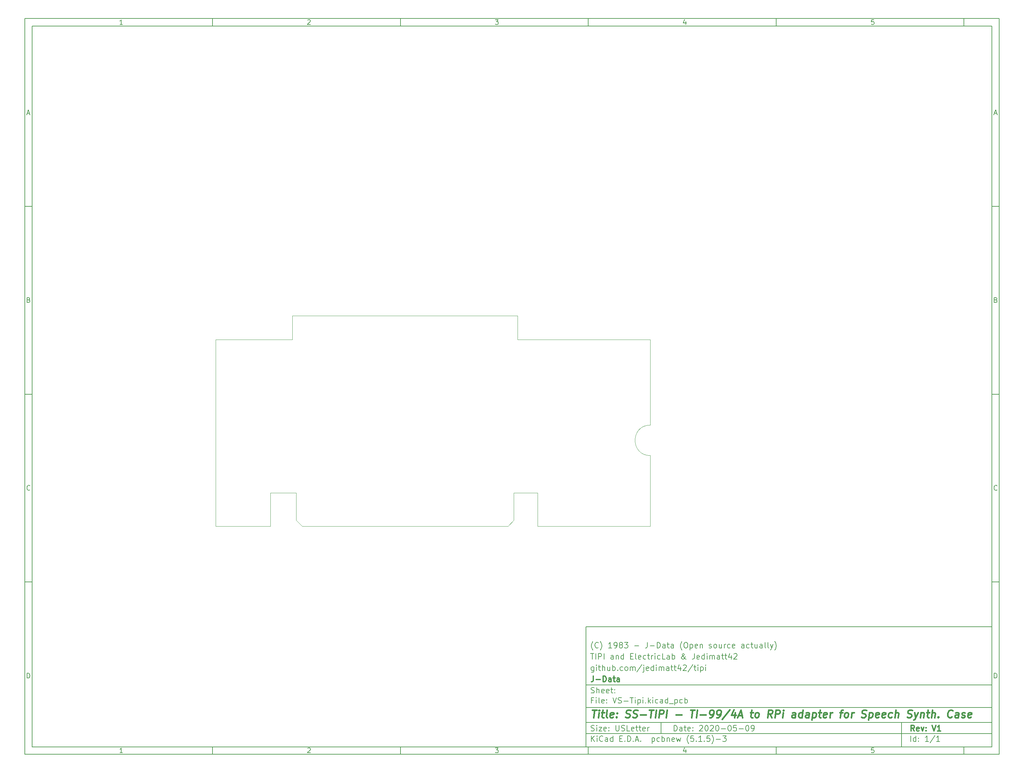
<source format=gbr>
G04 #@! TF.GenerationSoftware,KiCad,Pcbnew,(5.1.5)-3*
G04 #@! TF.CreationDate,2020-05-10T09:48:16-04:00*
G04 #@! TF.ProjectId,VS-Tipi,56532d54-6970-4692-9e6b-696361645f70,V1*
G04 #@! TF.SameCoordinates,Original*
G04 #@! TF.FileFunction,Profile,NP*
%FSLAX46Y46*%
G04 Gerber Fmt 4.6, Leading zero omitted, Abs format (unit mm)*
G04 Created by KiCad (PCBNEW (5.1.5)-3) date 2020-05-10 09:48:16*
%MOMM*%
%LPD*%
G04 APERTURE LIST*
%ADD10C,0.100000*%
%ADD11C,0.150000*%
%ADD12C,0.300000*%
%ADD13C,0.400000*%
G04 #@! TA.AperFunction,Profile*
%ADD14C,0.025400*%
G04 #@! TD*
G04 APERTURE END LIST*
D10*
D11*
X159400000Y-171900000D02*
X159400000Y-203900000D01*
X267400000Y-203900000D01*
X267400000Y-171900000D01*
X159400000Y-171900000D01*
D10*
D11*
X10000000Y-10000000D02*
X10000000Y-205900000D01*
X269400000Y-205900000D01*
X269400000Y-10000000D01*
X10000000Y-10000000D01*
D10*
D11*
X12000000Y-12000000D02*
X12000000Y-203900000D01*
X267400000Y-203900000D01*
X267400000Y-12000000D01*
X12000000Y-12000000D01*
D10*
D11*
X60000000Y-12000000D02*
X60000000Y-10000000D01*
D10*
D11*
X110000000Y-12000000D02*
X110000000Y-10000000D01*
D10*
D11*
X160000000Y-12000000D02*
X160000000Y-10000000D01*
D10*
D11*
X210000000Y-12000000D02*
X210000000Y-10000000D01*
D10*
D11*
X260000000Y-12000000D02*
X260000000Y-10000000D01*
D10*
D11*
X36065476Y-11588095D02*
X35322619Y-11588095D01*
X35694047Y-11588095D02*
X35694047Y-10288095D01*
X35570238Y-10473809D01*
X35446428Y-10597619D01*
X35322619Y-10659523D01*
D10*
D11*
X85322619Y-10411904D02*
X85384523Y-10350000D01*
X85508333Y-10288095D01*
X85817857Y-10288095D01*
X85941666Y-10350000D01*
X86003571Y-10411904D01*
X86065476Y-10535714D01*
X86065476Y-10659523D01*
X86003571Y-10845238D01*
X85260714Y-11588095D01*
X86065476Y-11588095D01*
D10*
D11*
X135260714Y-10288095D02*
X136065476Y-10288095D01*
X135632142Y-10783333D01*
X135817857Y-10783333D01*
X135941666Y-10845238D01*
X136003571Y-10907142D01*
X136065476Y-11030952D01*
X136065476Y-11340476D01*
X136003571Y-11464285D01*
X135941666Y-11526190D01*
X135817857Y-11588095D01*
X135446428Y-11588095D01*
X135322619Y-11526190D01*
X135260714Y-11464285D01*
D10*
D11*
X185941666Y-10721428D02*
X185941666Y-11588095D01*
X185632142Y-10226190D02*
X185322619Y-11154761D01*
X186127380Y-11154761D01*
D10*
D11*
X236003571Y-10288095D02*
X235384523Y-10288095D01*
X235322619Y-10907142D01*
X235384523Y-10845238D01*
X235508333Y-10783333D01*
X235817857Y-10783333D01*
X235941666Y-10845238D01*
X236003571Y-10907142D01*
X236065476Y-11030952D01*
X236065476Y-11340476D01*
X236003571Y-11464285D01*
X235941666Y-11526190D01*
X235817857Y-11588095D01*
X235508333Y-11588095D01*
X235384523Y-11526190D01*
X235322619Y-11464285D01*
D10*
D11*
X60000000Y-203900000D02*
X60000000Y-205900000D01*
D10*
D11*
X110000000Y-203900000D02*
X110000000Y-205900000D01*
D10*
D11*
X160000000Y-203900000D02*
X160000000Y-205900000D01*
D10*
D11*
X210000000Y-203900000D02*
X210000000Y-205900000D01*
D10*
D11*
X260000000Y-203900000D02*
X260000000Y-205900000D01*
D10*
D11*
X36065476Y-205488095D02*
X35322619Y-205488095D01*
X35694047Y-205488095D02*
X35694047Y-204188095D01*
X35570238Y-204373809D01*
X35446428Y-204497619D01*
X35322619Y-204559523D01*
D10*
D11*
X85322619Y-204311904D02*
X85384523Y-204250000D01*
X85508333Y-204188095D01*
X85817857Y-204188095D01*
X85941666Y-204250000D01*
X86003571Y-204311904D01*
X86065476Y-204435714D01*
X86065476Y-204559523D01*
X86003571Y-204745238D01*
X85260714Y-205488095D01*
X86065476Y-205488095D01*
D10*
D11*
X135260714Y-204188095D02*
X136065476Y-204188095D01*
X135632142Y-204683333D01*
X135817857Y-204683333D01*
X135941666Y-204745238D01*
X136003571Y-204807142D01*
X136065476Y-204930952D01*
X136065476Y-205240476D01*
X136003571Y-205364285D01*
X135941666Y-205426190D01*
X135817857Y-205488095D01*
X135446428Y-205488095D01*
X135322619Y-205426190D01*
X135260714Y-205364285D01*
D10*
D11*
X185941666Y-204621428D02*
X185941666Y-205488095D01*
X185632142Y-204126190D02*
X185322619Y-205054761D01*
X186127380Y-205054761D01*
D10*
D11*
X236003571Y-204188095D02*
X235384523Y-204188095D01*
X235322619Y-204807142D01*
X235384523Y-204745238D01*
X235508333Y-204683333D01*
X235817857Y-204683333D01*
X235941666Y-204745238D01*
X236003571Y-204807142D01*
X236065476Y-204930952D01*
X236065476Y-205240476D01*
X236003571Y-205364285D01*
X235941666Y-205426190D01*
X235817857Y-205488095D01*
X235508333Y-205488095D01*
X235384523Y-205426190D01*
X235322619Y-205364285D01*
D10*
D11*
X10000000Y-60000000D02*
X12000000Y-60000000D01*
D10*
D11*
X10000000Y-110000000D02*
X12000000Y-110000000D01*
D10*
D11*
X10000000Y-160000000D02*
X12000000Y-160000000D01*
D10*
D11*
X10690476Y-35216666D02*
X11309523Y-35216666D01*
X10566666Y-35588095D02*
X11000000Y-34288095D01*
X11433333Y-35588095D01*
D10*
D11*
X11092857Y-84907142D02*
X11278571Y-84969047D01*
X11340476Y-85030952D01*
X11402380Y-85154761D01*
X11402380Y-85340476D01*
X11340476Y-85464285D01*
X11278571Y-85526190D01*
X11154761Y-85588095D01*
X10659523Y-85588095D01*
X10659523Y-84288095D01*
X11092857Y-84288095D01*
X11216666Y-84350000D01*
X11278571Y-84411904D01*
X11340476Y-84535714D01*
X11340476Y-84659523D01*
X11278571Y-84783333D01*
X11216666Y-84845238D01*
X11092857Y-84907142D01*
X10659523Y-84907142D01*
D10*
D11*
X11402380Y-135464285D02*
X11340476Y-135526190D01*
X11154761Y-135588095D01*
X11030952Y-135588095D01*
X10845238Y-135526190D01*
X10721428Y-135402380D01*
X10659523Y-135278571D01*
X10597619Y-135030952D01*
X10597619Y-134845238D01*
X10659523Y-134597619D01*
X10721428Y-134473809D01*
X10845238Y-134350000D01*
X11030952Y-134288095D01*
X11154761Y-134288095D01*
X11340476Y-134350000D01*
X11402380Y-134411904D01*
D10*
D11*
X10659523Y-185588095D02*
X10659523Y-184288095D01*
X10969047Y-184288095D01*
X11154761Y-184350000D01*
X11278571Y-184473809D01*
X11340476Y-184597619D01*
X11402380Y-184845238D01*
X11402380Y-185030952D01*
X11340476Y-185278571D01*
X11278571Y-185402380D01*
X11154761Y-185526190D01*
X10969047Y-185588095D01*
X10659523Y-185588095D01*
D10*
D11*
X269400000Y-60000000D02*
X267400000Y-60000000D01*
D10*
D11*
X269400000Y-110000000D02*
X267400000Y-110000000D01*
D10*
D11*
X269400000Y-160000000D02*
X267400000Y-160000000D01*
D10*
D11*
X268090476Y-35216666D02*
X268709523Y-35216666D01*
X267966666Y-35588095D02*
X268400000Y-34288095D01*
X268833333Y-35588095D01*
D10*
D11*
X268492857Y-84907142D02*
X268678571Y-84969047D01*
X268740476Y-85030952D01*
X268802380Y-85154761D01*
X268802380Y-85340476D01*
X268740476Y-85464285D01*
X268678571Y-85526190D01*
X268554761Y-85588095D01*
X268059523Y-85588095D01*
X268059523Y-84288095D01*
X268492857Y-84288095D01*
X268616666Y-84350000D01*
X268678571Y-84411904D01*
X268740476Y-84535714D01*
X268740476Y-84659523D01*
X268678571Y-84783333D01*
X268616666Y-84845238D01*
X268492857Y-84907142D01*
X268059523Y-84907142D01*
D10*
D11*
X268802380Y-135464285D02*
X268740476Y-135526190D01*
X268554761Y-135588095D01*
X268430952Y-135588095D01*
X268245238Y-135526190D01*
X268121428Y-135402380D01*
X268059523Y-135278571D01*
X267997619Y-135030952D01*
X267997619Y-134845238D01*
X268059523Y-134597619D01*
X268121428Y-134473809D01*
X268245238Y-134350000D01*
X268430952Y-134288095D01*
X268554761Y-134288095D01*
X268740476Y-134350000D01*
X268802380Y-134411904D01*
D10*
D11*
X268059523Y-185588095D02*
X268059523Y-184288095D01*
X268369047Y-184288095D01*
X268554761Y-184350000D01*
X268678571Y-184473809D01*
X268740476Y-184597619D01*
X268802380Y-184845238D01*
X268802380Y-185030952D01*
X268740476Y-185278571D01*
X268678571Y-185402380D01*
X268554761Y-185526190D01*
X268369047Y-185588095D01*
X268059523Y-185588095D01*
D10*
D11*
X182832142Y-199678571D02*
X182832142Y-198178571D01*
X183189285Y-198178571D01*
X183403571Y-198250000D01*
X183546428Y-198392857D01*
X183617857Y-198535714D01*
X183689285Y-198821428D01*
X183689285Y-199035714D01*
X183617857Y-199321428D01*
X183546428Y-199464285D01*
X183403571Y-199607142D01*
X183189285Y-199678571D01*
X182832142Y-199678571D01*
X184975000Y-199678571D02*
X184975000Y-198892857D01*
X184903571Y-198750000D01*
X184760714Y-198678571D01*
X184475000Y-198678571D01*
X184332142Y-198750000D01*
X184975000Y-199607142D02*
X184832142Y-199678571D01*
X184475000Y-199678571D01*
X184332142Y-199607142D01*
X184260714Y-199464285D01*
X184260714Y-199321428D01*
X184332142Y-199178571D01*
X184475000Y-199107142D01*
X184832142Y-199107142D01*
X184975000Y-199035714D01*
X185475000Y-198678571D02*
X186046428Y-198678571D01*
X185689285Y-198178571D02*
X185689285Y-199464285D01*
X185760714Y-199607142D01*
X185903571Y-199678571D01*
X186046428Y-199678571D01*
X187117857Y-199607142D02*
X186975000Y-199678571D01*
X186689285Y-199678571D01*
X186546428Y-199607142D01*
X186475000Y-199464285D01*
X186475000Y-198892857D01*
X186546428Y-198750000D01*
X186689285Y-198678571D01*
X186975000Y-198678571D01*
X187117857Y-198750000D01*
X187189285Y-198892857D01*
X187189285Y-199035714D01*
X186475000Y-199178571D01*
X187832142Y-199535714D02*
X187903571Y-199607142D01*
X187832142Y-199678571D01*
X187760714Y-199607142D01*
X187832142Y-199535714D01*
X187832142Y-199678571D01*
X187832142Y-198750000D02*
X187903571Y-198821428D01*
X187832142Y-198892857D01*
X187760714Y-198821428D01*
X187832142Y-198750000D01*
X187832142Y-198892857D01*
X189617857Y-198321428D02*
X189689285Y-198250000D01*
X189832142Y-198178571D01*
X190189285Y-198178571D01*
X190332142Y-198250000D01*
X190403571Y-198321428D01*
X190475000Y-198464285D01*
X190475000Y-198607142D01*
X190403571Y-198821428D01*
X189546428Y-199678571D01*
X190475000Y-199678571D01*
X191403571Y-198178571D02*
X191546428Y-198178571D01*
X191689285Y-198250000D01*
X191760714Y-198321428D01*
X191832142Y-198464285D01*
X191903571Y-198750000D01*
X191903571Y-199107142D01*
X191832142Y-199392857D01*
X191760714Y-199535714D01*
X191689285Y-199607142D01*
X191546428Y-199678571D01*
X191403571Y-199678571D01*
X191260714Y-199607142D01*
X191189285Y-199535714D01*
X191117857Y-199392857D01*
X191046428Y-199107142D01*
X191046428Y-198750000D01*
X191117857Y-198464285D01*
X191189285Y-198321428D01*
X191260714Y-198250000D01*
X191403571Y-198178571D01*
X192475000Y-198321428D02*
X192546428Y-198250000D01*
X192689285Y-198178571D01*
X193046428Y-198178571D01*
X193189285Y-198250000D01*
X193260714Y-198321428D01*
X193332142Y-198464285D01*
X193332142Y-198607142D01*
X193260714Y-198821428D01*
X192403571Y-199678571D01*
X193332142Y-199678571D01*
X194260714Y-198178571D02*
X194403571Y-198178571D01*
X194546428Y-198250000D01*
X194617857Y-198321428D01*
X194689285Y-198464285D01*
X194760714Y-198750000D01*
X194760714Y-199107142D01*
X194689285Y-199392857D01*
X194617857Y-199535714D01*
X194546428Y-199607142D01*
X194403571Y-199678571D01*
X194260714Y-199678571D01*
X194117857Y-199607142D01*
X194046428Y-199535714D01*
X193975000Y-199392857D01*
X193903571Y-199107142D01*
X193903571Y-198750000D01*
X193975000Y-198464285D01*
X194046428Y-198321428D01*
X194117857Y-198250000D01*
X194260714Y-198178571D01*
X195403571Y-199107142D02*
X196546428Y-199107142D01*
X197546428Y-198178571D02*
X197689285Y-198178571D01*
X197832142Y-198250000D01*
X197903571Y-198321428D01*
X197975000Y-198464285D01*
X198046428Y-198750000D01*
X198046428Y-199107142D01*
X197975000Y-199392857D01*
X197903571Y-199535714D01*
X197832142Y-199607142D01*
X197689285Y-199678571D01*
X197546428Y-199678571D01*
X197403571Y-199607142D01*
X197332142Y-199535714D01*
X197260714Y-199392857D01*
X197189285Y-199107142D01*
X197189285Y-198750000D01*
X197260714Y-198464285D01*
X197332142Y-198321428D01*
X197403571Y-198250000D01*
X197546428Y-198178571D01*
X199403571Y-198178571D02*
X198689285Y-198178571D01*
X198617857Y-198892857D01*
X198689285Y-198821428D01*
X198832142Y-198750000D01*
X199189285Y-198750000D01*
X199332142Y-198821428D01*
X199403571Y-198892857D01*
X199475000Y-199035714D01*
X199475000Y-199392857D01*
X199403571Y-199535714D01*
X199332142Y-199607142D01*
X199189285Y-199678571D01*
X198832142Y-199678571D01*
X198689285Y-199607142D01*
X198617857Y-199535714D01*
X200117857Y-199107142D02*
X201260714Y-199107142D01*
X202260714Y-198178571D02*
X202403571Y-198178571D01*
X202546428Y-198250000D01*
X202617857Y-198321428D01*
X202689285Y-198464285D01*
X202760714Y-198750000D01*
X202760714Y-199107142D01*
X202689285Y-199392857D01*
X202617857Y-199535714D01*
X202546428Y-199607142D01*
X202403571Y-199678571D01*
X202260714Y-199678571D01*
X202117857Y-199607142D01*
X202046428Y-199535714D01*
X201975000Y-199392857D01*
X201903571Y-199107142D01*
X201903571Y-198750000D01*
X201975000Y-198464285D01*
X202046428Y-198321428D01*
X202117857Y-198250000D01*
X202260714Y-198178571D01*
X203475000Y-199678571D02*
X203760714Y-199678571D01*
X203903571Y-199607142D01*
X203975000Y-199535714D01*
X204117857Y-199321428D01*
X204189285Y-199035714D01*
X204189285Y-198464285D01*
X204117857Y-198321428D01*
X204046428Y-198250000D01*
X203903571Y-198178571D01*
X203617857Y-198178571D01*
X203475000Y-198250000D01*
X203403571Y-198321428D01*
X203332142Y-198464285D01*
X203332142Y-198821428D01*
X203403571Y-198964285D01*
X203475000Y-199035714D01*
X203617857Y-199107142D01*
X203903571Y-199107142D01*
X204046428Y-199035714D01*
X204117857Y-198964285D01*
X204189285Y-198821428D01*
D10*
D11*
X159400000Y-200400000D02*
X267400000Y-200400000D01*
D10*
D11*
X160832142Y-202478571D02*
X160832142Y-200978571D01*
X161689285Y-202478571D02*
X161046428Y-201621428D01*
X161689285Y-200978571D02*
X160832142Y-201835714D01*
X162332142Y-202478571D02*
X162332142Y-201478571D01*
X162332142Y-200978571D02*
X162260714Y-201050000D01*
X162332142Y-201121428D01*
X162403571Y-201050000D01*
X162332142Y-200978571D01*
X162332142Y-201121428D01*
X163903571Y-202335714D02*
X163832142Y-202407142D01*
X163617857Y-202478571D01*
X163475000Y-202478571D01*
X163260714Y-202407142D01*
X163117857Y-202264285D01*
X163046428Y-202121428D01*
X162975000Y-201835714D01*
X162975000Y-201621428D01*
X163046428Y-201335714D01*
X163117857Y-201192857D01*
X163260714Y-201050000D01*
X163475000Y-200978571D01*
X163617857Y-200978571D01*
X163832142Y-201050000D01*
X163903571Y-201121428D01*
X165189285Y-202478571D02*
X165189285Y-201692857D01*
X165117857Y-201550000D01*
X164975000Y-201478571D01*
X164689285Y-201478571D01*
X164546428Y-201550000D01*
X165189285Y-202407142D02*
X165046428Y-202478571D01*
X164689285Y-202478571D01*
X164546428Y-202407142D01*
X164475000Y-202264285D01*
X164475000Y-202121428D01*
X164546428Y-201978571D01*
X164689285Y-201907142D01*
X165046428Y-201907142D01*
X165189285Y-201835714D01*
X166546428Y-202478571D02*
X166546428Y-200978571D01*
X166546428Y-202407142D02*
X166403571Y-202478571D01*
X166117857Y-202478571D01*
X165975000Y-202407142D01*
X165903571Y-202335714D01*
X165832142Y-202192857D01*
X165832142Y-201764285D01*
X165903571Y-201621428D01*
X165975000Y-201550000D01*
X166117857Y-201478571D01*
X166403571Y-201478571D01*
X166546428Y-201550000D01*
X168403571Y-201692857D02*
X168903571Y-201692857D01*
X169117857Y-202478571D02*
X168403571Y-202478571D01*
X168403571Y-200978571D01*
X169117857Y-200978571D01*
X169760714Y-202335714D02*
X169832142Y-202407142D01*
X169760714Y-202478571D01*
X169689285Y-202407142D01*
X169760714Y-202335714D01*
X169760714Y-202478571D01*
X170475000Y-202478571D02*
X170475000Y-200978571D01*
X170832142Y-200978571D01*
X171046428Y-201050000D01*
X171189285Y-201192857D01*
X171260714Y-201335714D01*
X171332142Y-201621428D01*
X171332142Y-201835714D01*
X171260714Y-202121428D01*
X171189285Y-202264285D01*
X171046428Y-202407142D01*
X170832142Y-202478571D01*
X170475000Y-202478571D01*
X171975000Y-202335714D02*
X172046428Y-202407142D01*
X171975000Y-202478571D01*
X171903571Y-202407142D01*
X171975000Y-202335714D01*
X171975000Y-202478571D01*
X172617857Y-202050000D02*
X173332142Y-202050000D01*
X172475000Y-202478571D02*
X172975000Y-200978571D01*
X173475000Y-202478571D01*
X173975000Y-202335714D02*
X174046428Y-202407142D01*
X173975000Y-202478571D01*
X173903571Y-202407142D01*
X173975000Y-202335714D01*
X173975000Y-202478571D01*
X176975000Y-201478571D02*
X176975000Y-202978571D01*
X176975000Y-201550000D02*
X177117857Y-201478571D01*
X177403571Y-201478571D01*
X177546428Y-201550000D01*
X177617857Y-201621428D01*
X177689285Y-201764285D01*
X177689285Y-202192857D01*
X177617857Y-202335714D01*
X177546428Y-202407142D01*
X177403571Y-202478571D01*
X177117857Y-202478571D01*
X176975000Y-202407142D01*
X178975000Y-202407142D02*
X178832142Y-202478571D01*
X178546428Y-202478571D01*
X178403571Y-202407142D01*
X178332142Y-202335714D01*
X178260714Y-202192857D01*
X178260714Y-201764285D01*
X178332142Y-201621428D01*
X178403571Y-201550000D01*
X178546428Y-201478571D01*
X178832142Y-201478571D01*
X178975000Y-201550000D01*
X179617857Y-202478571D02*
X179617857Y-200978571D01*
X179617857Y-201550000D02*
X179760714Y-201478571D01*
X180046428Y-201478571D01*
X180189285Y-201550000D01*
X180260714Y-201621428D01*
X180332142Y-201764285D01*
X180332142Y-202192857D01*
X180260714Y-202335714D01*
X180189285Y-202407142D01*
X180046428Y-202478571D01*
X179760714Y-202478571D01*
X179617857Y-202407142D01*
X180975000Y-201478571D02*
X180975000Y-202478571D01*
X180975000Y-201621428D02*
X181046428Y-201550000D01*
X181189285Y-201478571D01*
X181403571Y-201478571D01*
X181546428Y-201550000D01*
X181617857Y-201692857D01*
X181617857Y-202478571D01*
X182903571Y-202407142D02*
X182760714Y-202478571D01*
X182475000Y-202478571D01*
X182332142Y-202407142D01*
X182260714Y-202264285D01*
X182260714Y-201692857D01*
X182332142Y-201550000D01*
X182475000Y-201478571D01*
X182760714Y-201478571D01*
X182903571Y-201550000D01*
X182975000Y-201692857D01*
X182975000Y-201835714D01*
X182260714Y-201978571D01*
X183475000Y-201478571D02*
X183760714Y-202478571D01*
X184046428Y-201764285D01*
X184332142Y-202478571D01*
X184617857Y-201478571D01*
X186760714Y-203050000D02*
X186689285Y-202978571D01*
X186546428Y-202764285D01*
X186475000Y-202621428D01*
X186403571Y-202407142D01*
X186332142Y-202050000D01*
X186332142Y-201764285D01*
X186403571Y-201407142D01*
X186475000Y-201192857D01*
X186546428Y-201050000D01*
X186689285Y-200835714D01*
X186760714Y-200764285D01*
X188046428Y-200978571D02*
X187332142Y-200978571D01*
X187260714Y-201692857D01*
X187332142Y-201621428D01*
X187475000Y-201550000D01*
X187832142Y-201550000D01*
X187975000Y-201621428D01*
X188046428Y-201692857D01*
X188117857Y-201835714D01*
X188117857Y-202192857D01*
X188046428Y-202335714D01*
X187975000Y-202407142D01*
X187832142Y-202478571D01*
X187475000Y-202478571D01*
X187332142Y-202407142D01*
X187260714Y-202335714D01*
X188760714Y-202335714D02*
X188832142Y-202407142D01*
X188760714Y-202478571D01*
X188689285Y-202407142D01*
X188760714Y-202335714D01*
X188760714Y-202478571D01*
X190260714Y-202478571D02*
X189403571Y-202478571D01*
X189832142Y-202478571D02*
X189832142Y-200978571D01*
X189689285Y-201192857D01*
X189546428Y-201335714D01*
X189403571Y-201407142D01*
X190903571Y-202335714D02*
X190975000Y-202407142D01*
X190903571Y-202478571D01*
X190832142Y-202407142D01*
X190903571Y-202335714D01*
X190903571Y-202478571D01*
X192332142Y-200978571D02*
X191617857Y-200978571D01*
X191546428Y-201692857D01*
X191617857Y-201621428D01*
X191760714Y-201550000D01*
X192117857Y-201550000D01*
X192260714Y-201621428D01*
X192332142Y-201692857D01*
X192403571Y-201835714D01*
X192403571Y-202192857D01*
X192332142Y-202335714D01*
X192260714Y-202407142D01*
X192117857Y-202478571D01*
X191760714Y-202478571D01*
X191617857Y-202407142D01*
X191546428Y-202335714D01*
X192903571Y-203050000D02*
X192975000Y-202978571D01*
X193117857Y-202764285D01*
X193189285Y-202621428D01*
X193260714Y-202407142D01*
X193332142Y-202050000D01*
X193332142Y-201764285D01*
X193260714Y-201407142D01*
X193189285Y-201192857D01*
X193117857Y-201050000D01*
X192975000Y-200835714D01*
X192903571Y-200764285D01*
X194046428Y-201907142D02*
X195189285Y-201907142D01*
X195760714Y-200978571D02*
X196689285Y-200978571D01*
X196189285Y-201550000D01*
X196403571Y-201550000D01*
X196546428Y-201621428D01*
X196617857Y-201692857D01*
X196689285Y-201835714D01*
X196689285Y-202192857D01*
X196617857Y-202335714D01*
X196546428Y-202407142D01*
X196403571Y-202478571D01*
X195975000Y-202478571D01*
X195832142Y-202407142D01*
X195760714Y-202335714D01*
D10*
D11*
X159400000Y-197400000D02*
X267400000Y-197400000D01*
D10*
D12*
X246809285Y-199678571D02*
X246309285Y-198964285D01*
X245952142Y-199678571D02*
X245952142Y-198178571D01*
X246523571Y-198178571D01*
X246666428Y-198250000D01*
X246737857Y-198321428D01*
X246809285Y-198464285D01*
X246809285Y-198678571D01*
X246737857Y-198821428D01*
X246666428Y-198892857D01*
X246523571Y-198964285D01*
X245952142Y-198964285D01*
X248023571Y-199607142D02*
X247880714Y-199678571D01*
X247595000Y-199678571D01*
X247452142Y-199607142D01*
X247380714Y-199464285D01*
X247380714Y-198892857D01*
X247452142Y-198750000D01*
X247595000Y-198678571D01*
X247880714Y-198678571D01*
X248023571Y-198750000D01*
X248095000Y-198892857D01*
X248095000Y-199035714D01*
X247380714Y-199178571D01*
X248595000Y-198678571D02*
X248952142Y-199678571D01*
X249309285Y-198678571D01*
X249880714Y-199535714D02*
X249952142Y-199607142D01*
X249880714Y-199678571D01*
X249809285Y-199607142D01*
X249880714Y-199535714D01*
X249880714Y-199678571D01*
X249880714Y-198750000D02*
X249952142Y-198821428D01*
X249880714Y-198892857D01*
X249809285Y-198821428D01*
X249880714Y-198750000D01*
X249880714Y-198892857D01*
X251523571Y-198178571D02*
X252023571Y-199678571D01*
X252523571Y-198178571D01*
X253809285Y-199678571D02*
X252952142Y-199678571D01*
X253380714Y-199678571D02*
X253380714Y-198178571D01*
X253237857Y-198392857D01*
X253095000Y-198535714D01*
X252952142Y-198607142D01*
D10*
D11*
X160760714Y-199607142D02*
X160975000Y-199678571D01*
X161332142Y-199678571D01*
X161475000Y-199607142D01*
X161546428Y-199535714D01*
X161617857Y-199392857D01*
X161617857Y-199250000D01*
X161546428Y-199107142D01*
X161475000Y-199035714D01*
X161332142Y-198964285D01*
X161046428Y-198892857D01*
X160903571Y-198821428D01*
X160832142Y-198750000D01*
X160760714Y-198607142D01*
X160760714Y-198464285D01*
X160832142Y-198321428D01*
X160903571Y-198250000D01*
X161046428Y-198178571D01*
X161403571Y-198178571D01*
X161617857Y-198250000D01*
X162260714Y-199678571D02*
X162260714Y-198678571D01*
X162260714Y-198178571D02*
X162189285Y-198250000D01*
X162260714Y-198321428D01*
X162332142Y-198250000D01*
X162260714Y-198178571D01*
X162260714Y-198321428D01*
X162832142Y-198678571D02*
X163617857Y-198678571D01*
X162832142Y-199678571D01*
X163617857Y-199678571D01*
X164760714Y-199607142D02*
X164617857Y-199678571D01*
X164332142Y-199678571D01*
X164189285Y-199607142D01*
X164117857Y-199464285D01*
X164117857Y-198892857D01*
X164189285Y-198750000D01*
X164332142Y-198678571D01*
X164617857Y-198678571D01*
X164760714Y-198750000D01*
X164832142Y-198892857D01*
X164832142Y-199035714D01*
X164117857Y-199178571D01*
X165475000Y-199535714D02*
X165546428Y-199607142D01*
X165475000Y-199678571D01*
X165403571Y-199607142D01*
X165475000Y-199535714D01*
X165475000Y-199678571D01*
X165475000Y-198750000D02*
X165546428Y-198821428D01*
X165475000Y-198892857D01*
X165403571Y-198821428D01*
X165475000Y-198750000D01*
X165475000Y-198892857D01*
X167332142Y-198178571D02*
X167332142Y-199392857D01*
X167403571Y-199535714D01*
X167475000Y-199607142D01*
X167617857Y-199678571D01*
X167903571Y-199678571D01*
X168046428Y-199607142D01*
X168117857Y-199535714D01*
X168189285Y-199392857D01*
X168189285Y-198178571D01*
X168832142Y-199607142D02*
X169046428Y-199678571D01*
X169403571Y-199678571D01*
X169546428Y-199607142D01*
X169617857Y-199535714D01*
X169689285Y-199392857D01*
X169689285Y-199250000D01*
X169617857Y-199107142D01*
X169546428Y-199035714D01*
X169403571Y-198964285D01*
X169117857Y-198892857D01*
X168975000Y-198821428D01*
X168903571Y-198750000D01*
X168832142Y-198607142D01*
X168832142Y-198464285D01*
X168903571Y-198321428D01*
X168975000Y-198250000D01*
X169117857Y-198178571D01*
X169475000Y-198178571D01*
X169689285Y-198250000D01*
X171046428Y-199678571D02*
X170332142Y-199678571D01*
X170332142Y-198178571D01*
X172117857Y-199607142D02*
X171975000Y-199678571D01*
X171689285Y-199678571D01*
X171546428Y-199607142D01*
X171475000Y-199464285D01*
X171475000Y-198892857D01*
X171546428Y-198750000D01*
X171689285Y-198678571D01*
X171975000Y-198678571D01*
X172117857Y-198750000D01*
X172189285Y-198892857D01*
X172189285Y-199035714D01*
X171475000Y-199178571D01*
X172617857Y-198678571D02*
X173189285Y-198678571D01*
X172832142Y-198178571D02*
X172832142Y-199464285D01*
X172903571Y-199607142D01*
X173046428Y-199678571D01*
X173189285Y-199678571D01*
X173475000Y-198678571D02*
X174046428Y-198678571D01*
X173689285Y-198178571D02*
X173689285Y-199464285D01*
X173760714Y-199607142D01*
X173903571Y-199678571D01*
X174046428Y-199678571D01*
X175117857Y-199607142D02*
X174975000Y-199678571D01*
X174689285Y-199678571D01*
X174546428Y-199607142D01*
X174475000Y-199464285D01*
X174475000Y-198892857D01*
X174546428Y-198750000D01*
X174689285Y-198678571D01*
X174975000Y-198678571D01*
X175117857Y-198750000D01*
X175189285Y-198892857D01*
X175189285Y-199035714D01*
X174475000Y-199178571D01*
X175832142Y-199678571D02*
X175832142Y-198678571D01*
X175832142Y-198964285D02*
X175903571Y-198821428D01*
X175975000Y-198750000D01*
X176117857Y-198678571D01*
X176260714Y-198678571D01*
D10*
D11*
X245832142Y-202478571D02*
X245832142Y-200978571D01*
X247189285Y-202478571D02*
X247189285Y-200978571D01*
X247189285Y-202407142D02*
X247046428Y-202478571D01*
X246760714Y-202478571D01*
X246617857Y-202407142D01*
X246546428Y-202335714D01*
X246475000Y-202192857D01*
X246475000Y-201764285D01*
X246546428Y-201621428D01*
X246617857Y-201550000D01*
X246760714Y-201478571D01*
X247046428Y-201478571D01*
X247189285Y-201550000D01*
X247903571Y-202335714D02*
X247975000Y-202407142D01*
X247903571Y-202478571D01*
X247832142Y-202407142D01*
X247903571Y-202335714D01*
X247903571Y-202478571D01*
X247903571Y-201550000D02*
X247975000Y-201621428D01*
X247903571Y-201692857D01*
X247832142Y-201621428D01*
X247903571Y-201550000D01*
X247903571Y-201692857D01*
X250546428Y-202478571D02*
X249689285Y-202478571D01*
X250117857Y-202478571D02*
X250117857Y-200978571D01*
X249975000Y-201192857D01*
X249832142Y-201335714D01*
X249689285Y-201407142D01*
X252260714Y-200907142D02*
X250975000Y-202835714D01*
X253546428Y-202478571D02*
X252689285Y-202478571D01*
X253117857Y-202478571D02*
X253117857Y-200978571D01*
X252975000Y-201192857D01*
X252832142Y-201335714D01*
X252689285Y-201407142D01*
D10*
D11*
X159400000Y-193400000D02*
X267400000Y-193400000D01*
D10*
D13*
X161112380Y-194104761D02*
X162255238Y-194104761D01*
X161433809Y-196104761D02*
X161683809Y-194104761D01*
X162671904Y-196104761D02*
X162838571Y-194771428D01*
X162921904Y-194104761D02*
X162814761Y-194200000D01*
X162898095Y-194295238D01*
X163005238Y-194200000D01*
X162921904Y-194104761D01*
X162898095Y-194295238D01*
X163505238Y-194771428D02*
X164267142Y-194771428D01*
X163874285Y-194104761D02*
X163660000Y-195819047D01*
X163731428Y-196009523D01*
X163910000Y-196104761D01*
X164100476Y-196104761D01*
X165052857Y-196104761D02*
X164874285Y-196009523D01*
X164802857Y-195819047D01*
X165017142Y-194104761D01*
X166588571Y-196009523D02*
X166386190Y-196104761D01*
X166005238Y-196104761D01*
X165826666Y-196009523D01*
X165755238Y-195819047D01*
X165850476Y-195057142D01*
X165969523Y-194866666D01*
X166171904Y-194771428D01*
X166552857Y-194771428D01*
X166731428Y-194866666D01*
X166802857Y-195057142D01*
X166779047Y-195247619D01*
X165802857Y-195438095D01*
X167552857Y-195914285D02*
X167636190Y-196009523D01*
X167529047Y-196104761D01*
X167445714Y-196009523D01*
X167552857Y-195914285D01*
X167529047Y-196104761D01*
X167683809Y-194866666D02*
X167767142Y-194961904D01*
X167660000Y-195057142D01*
X167576666Y-194961904D01*
X167683809Y-194866666D01*
X167660000Y-195057142D01*
X169921904Y-196009523D02*
X170195714Y-196104761D01*
X170671904Y-196104761D01*
X170874285Y-196009523D01*
X170981428Y-195914285D01*
X171100476Y-195723809D01*
X171124285Y-195533333D01*
X171052857Y-195342857D01*
X170969523Y-195247619D01*
X170790952Y-195152380D01*
X170421904Y-195057142D01*
X170243333Y-194961904D01*
X170160000Y-194866666D01*
X170088571Y-194676190D01*
X170112380Y-194485714D01*
X170231428Y-194295238D01*
X170338571Y-194200000D01*
X170540952Y-194104761D01*
X171017142Y-194104761D01*
X171290952Y-194200000D01*
X171826666Y-196009523D02*
X172100476Y-196104761D01*
X172576666Y-196104761D01*
X172779047Y-196009523D01*
X172886190Y-195914285D01*
X173005238Y-195723809D01*
X173029047Y-195533333D01*
X172957619Y-195342857D01*
X172874285Y-195247619D01*
X172695714Y-195152380D01*
X172326666Y-195057142D01*
X172148095Y-194961904D01*
X172064761Y-194866666D01*
X171993333Y-194676190D01*
X172017142Y-194485714D01*
X172136190Y-194295238D01*
X172243333Y-194200000D01*
X172445714Y-194104761D01*
X172921904Y-194104761D01*
X173195714Y-194200000D01*
X173910000Y-195342857D02*
X175433809Y-195342857D01*
X176255238Y-194104761D02*
X177398095Y-194104761D01*
X176576666Y-196104761D02*
X176826666Y-194104761D01*
X177814761Y-196104761D02*
X178064761Y-194104761D01*
X178767142Y-196104761D02*
X179017142Y-194104761D01*
X179779047Y-194104761D01*
X179957619Y-194200000D01*
X180040952Y-194295238D01*
X180112380Y-194485714D01*
X180076666Y-194771428D01*
X179957619Y-194961904D01*
X179850476Y-195057142D01*
X179648095Y-195152380D01*
X178886190Y-195152380D01*
X180767142Y-196104761D02*
X181017142Y-194104761D01*
X183338571Y-195342857D02*
X184862380Y-195342857D01*
X187207619Y-194104761D02*
X188350476Y-194104761D01*
X187529047Y-196104761D02*
X187779047Y-194104761D01*
X188767142Y-196104761D02*
X189017142Y-194104761D01*
X189814761Y-195342857D02*
X191338571Y-195342857D01*
X192290952Y-196104761D02*
X192671904Y-196104761D01*
X192874285Y-196009523D01*
X192981428Y-195914285D01*
X193207619Y-195628571D01*
X193350476Y-195247619D01*
X193445714Y-194485714D01*
X193374285Y-194295238D01*
X193290952Y-194200000D01*
X193112380Y-194104761D01*
X192731428Y-194104761D01*
X192529047Y-194200000D01*
X192421904Y-194295238D01*
X192302857Y-194485714D01*
X192243333Y-194961904D01*
X192314761Y-195152380D01*
X192398095Y-195247619D01*
X192576666Y-195342857D01*
X192957619Y-195342857D01*
X193160000Y-195247619D01*
X193267142Y-195152380D01*
X193386190Y-194961904D01*
X194195714Y-196104761D02*
X194576666Y-196104761D01*
X194779047Y-196009523D01*
X194886190Y-195914285D01*
X195112380Y-195628571D01*
X195255238Y-195247619D01*
X195350476Y-194485714D01*
X195279047Y-194295238D01*
X195195714Y-194200000D01*
X195017142Y-194104761D01*
X194636190Y-194104761D01*
X194433809Y-194200000D01*
X194326666Y-194295238D01*
X194207619Y-194485714D01*
X194148095Y-194961904D01*
X194219523Y-195152380D01*
X194302857Y-195247619D01*
X194481428Y-195342857D01*
X194862380Y-195342857D01*
X195064761Y-195247619D01*
X195171904Y-195152380D01*
X195290952Y-194961904D01*
X197695714Y-194009523D02*
X195660000Y-196580952D01*
X199124285Y-194771428D02*
X198957619Y-196104761D01*
X198743333Y-194009523D02*
X198088571Y-195438095D01*
X199326666Y-195438095D01*
X199981428Y-195533333D02*
X200933809Y-195533333D01*
X199719523Y-196104761D02*
X200636190Y-194104761D01*
X201052857Y-196104761D01*
X203124285Y-194771428D02*
X203886190Y-194771428D01*
X203493333Y-194104761D02*
X203279047Y-195819047D01*
X203350476Y-196009523D01*
X203529047Y-196104761D01*
X203719523Y-196104761D01*
X204671904Y-196104761D02*
X204493333Y-196009523D01*
X204410000Y-195914285D01*
X204338571Y-195723809D01*
X204410000Y-195152380D01*
X204529047Y-194961904D01*
X204636190Y-194866666D01*
X204838571Y-194771428D01*
X205124285Y-194771428D01*
X205302857Y-194866666D01*
X205386190Y-194961904D01*
X205457619Y-195152380D01*
X205386190Y-195723809D01*
X205267142Y-195914285D01*
X205160000Y-196009523D01*
X204957619Y-196104761D01*
X204671904Y-196104761D01*
X208862380Y-196104761D02*
X208314761Y-195152380D01*
X207719523Y-196104761D02*
X207969523Y-194104761D01*
X208731428Y-194104761D01*
X208910000Y-194200000D01*
X208993333Y-194295238D01*
X209064761Y-194485714D01*
X209029047Y-194771428D01*
X208910000Y-194961904D01*
X208802857Y-195057142D01*
X208600476Y-195152380D01*
X207838571Y-195152380D01*
X209719523Y-196104761D02*
X209969523Y-194104761D01*
X210731428Y-194104761D01*
X210910000Y-194200000D01*
X210993333Y-194295238D01*
X211064761Y-194485714D01*
X211029047Y-194771428D01*
X210910000Y-194961904D01*
X210802857Y-195057142D01*
X210600476Y-195152380D01*
X209838571Y-195152380D01*
X211719523Y-196104761D02*
X211886190Y-194771428D01*
X211969523Y-194104761D02*
X211862380Y-194200000D01*
X211945714Y-194295238D01*
X212052857Y-194200000D01*
X211969523Y-194104761D01*
X211945714Y-194295238D01*
X215052857Y-196104761D02*
X215183809Y-195057142D01*
X215112380Y-194866666D01*
X214933809Y-194771428D01*
X214552857Y-194771428D01*
X214350476Y-194866666D01*
X215064761Y-196009523D02*
X214862380Y-196104761D01*
X214386190Y-196104761D01*
X214207619Y-196009523D01*
X214136190Y-195819047D01*
X214160000Y-195628571D01*
X214279047Y-195438095D01*
X214481428Y-195342857D01*
X214957619Y-195342857D01*
X215160000Y-195247619D01*
X216862380Y-196104761D02*
X217112380Y-194104761D01*
X216874285Y-196009523D02*
X216671904Y-196104761D01*
X216290952Y-196104761D01*
X216112380Y-196009523D01*
X216029047Y-195914285D01*
X215957619Y-195723809D01*
X216029047Y-195152380D01*
X216148095Y-194961904D01*
X216255238Y-194866666D01*
X216457619Y-194771428D01*
X216838571Y-194771428D01*
X217017142Y-194866666D01*
X218671904Y-196104761D02*
X218802857Y-195057142D01*
X218731428Y-194866666D01*
X218552857Y-194771428D01*
X218171904Y-194771428D01*
X217969523Y-194866666D01*
X218683809Y-196009523D02*
X218481428Y-196104761D01*
X218005238Y-196104761D01*
X217826666Y-196009523D01*
X217755238Y-195819047D01*
X217779047Y-195628571D01*
X217898095Y-195438095D01*
X218100476Y-195342857D01*
X218576666Y-195342857D01*
X218779047Y-195247619D01*
X219790952Y-194771428D02*
X219540952Y-196771428D01*
X219779047Y-194866666D02*
X219981428Y-194771428D01*
X220362380Y-194771428D01*
X220540952Y-194866666D01*
X220624285Y-194961904D01*
X220695714Y-195152380D01*
X220624285Y-195723809D01*
X220505238Y-195914285D01*
X220398095Y-196009523D01*
X220195714Y-196104761D01*
X219814761Y-196104761D01*
X219636190Y-196009523D01*
X221314761Y-194771428D02*
X222076666Y-194771428D01*
X221683809Y-194104761D02*
X221469523Y-195819047D01*
X221540952Y-196009523D01*
X221719523Y-196104761D01*
X221909999Y-196104761D01*
X223350476Y-196009523D02*
X223148095Y-196104761D01*
X222767142Y-196104761D01*
X222588571Y-196009523D01*
X222517142Y-195819047D01*
X222612380Y-195057142D01*
X222731428Y-194866666D01*
X222933809Y-194771428D01*
X223314761Y-194771428D01*
X223493333Y-194866666D01*
X223564761Y-195057142D01*
X223540952Y-195247619D01*
X222564761Y-195438095D01*
X224290952Y-196104761D02*
X224457619Y-194771428D01*
X224409999Y-195152380D02*
X224529047Y-194961904D01*
X224636190Y-194866666D01*
X224838571Y-194771428D01*
X225029047Y-194771428D01*
X226933809Y-194771428D02*
X227695714Y-194771428D01*
X227052857Y-196104761D02*
X227267142Y-194390476D01*
X227386190Y-194200000D01*
X227588571Y-194104761D01*
X227779047Y-194104761D01*
X228481428Y-196104761D02*
X228302857Y-196009523D01*
X228219523Y-195914285D01*
X228148095Y-195723809D01*
X228219523Y-195152380D01*
X228338571Y-194961904D01*
X228445714Y-194866666D01*
X228648095Y-194771428D01*
X228933809Y-194771428D01*
X229112380Y-194866666D01*
X229195714Y-194961904D01*
X229267142Y-195152380D01*
X229195714Y-195723809D01*
X229076666Y-195914285D01*
X228969523Y-196009523D01*
X228767142Y-196104761D01*
X228481428Y-196104761D01*
X230005238Y-196104761D02*
X230171904Y-194771428D01*
X230124285Y-195152380D02*
X230243333Y-194961904D01*
X230350476Y-194866666D01*
X230552857Y-194771428D01*
X230743333Y-194771428D01*
X232683809Y-196009523D02*
X232957619Y-196104761D01*
X233433809Y-196104761D01*
X233636190Y-196009523D01*
X233743333Y-195914285D01*
X233862380Y-195723809D01*
X233886190Y-195533333D01*
X233814761Y-195342857D01*
X233731428Y-195247619D01*
X233552857Y-195152380D01*
X233183809Y-195057142D01*
X233005238Y-194961904D01*
X232921904Y-194866666D01*
X232850476Y-194676190D01*
X232874285Y-194485714D01*
X232993333Y-194295238D01*
X233100476Y-194200000D01*
X233302857Y-194104761D01*
X233779047Y-194104761D01*
X234052857Y-194200000D01*
X234838571Y-194771428D02*
X234588571Y-196771428D01*
X234826666Y-194866666D02*
X235029047Y-194771428D01*
X235410000Y-194771428D01*
X235588571Y-194866666D01*
X235671904Y-194961904D01*
X235743333Y-195152380D01*
X235671904Y-195723809D01*
X235552857Y-195914285D01*
X235445714Y-196009523D01*
X235243333Y-196104761D01*
X234862380Y-196104761D01*
X234683809Y-196009523D01*
X237255238Y-196009523D02*
X237052857Y-196104761D01*
X236671904Y-196104761D01*
X236493333Y-196009523D01*
X236421904Y-195819047D01*
X236517142Y-195057142D01*
X236636190Y-194866666D01*
X236838571Y-194771428D01*
X237219523Y-194771428D01*
X237398095Y-194866666D01*
X237469523Y-195057142D01*
X237445714Y-195247619D01*
X236469523Y-195438095D01*
X238969523Y-196009523D02*
X238767142Y-196104761D01*
X238386190Y-196104761D01*
X238207619Y-196009523D01*
X238136190Y-195819047D01*
X238231428Y-195057142D01*
X238350476Y-194866666D01*
X238552857Y-194771428D01*
X238933809Y-194771428D01*
X239112380Y-194866666D01*
X239183809Y-195057142D01*
X239159999Y-195247619D01*
X238183809Y-195438095D01*
X240779047Y-196009523D02*
X240576666Y-196104761D01*
X240195714Y-196104761D01*
X240017142Y-196009523D01*
X239933809Y-195914285D01*
X239862380Y-195723809D01*
X239933809Y-195152380D01*
X240052857Y-194961904D01*
X240160000Y-194866666D01*
X240362380Y-194771428D01*
X240743333Y-194771428D01*
X240921904Y-194866666D01*
X241624285Y-196104761D02*
X241874285Y-194104761D01*
X242481428Y-196104761D02*
X242612380Y-195057142D01*
X242540952Y-194866666D01*
X242362380Y-194771428D01*
X242076666Y-194771428D01*
X241874285Y-194866666D01*
X241767142Y-194961904D01*
X244874285Y-196009523D02*
X245148095Y-196104761D01*
X245624285Y-196104761D01*
X245826666Y-196009523D01*
X245933809Y-195914285D01*
X246052857Y-195723809D01*
X246076666Y-195533333D01*
X246005238Y-195342857D01*
X245921904Y-195247619D01*
X245743333Y-195152380D01*
X245374285Y-195057142D01*
X245195714Y-194961904D01*
X245112380Y-194866666D01*
X245040952Y-194676190D01*
X245064761Y-194485714D01*
X245183809Y-194295238D01*
X245290952Y-194200000D01*
X245493333Y-194104761D01*
X245969523Y-194104761D01*
X246243333Y-194200000D01*
X246838571Y-194771428D02*
X247148095Y-196104761D01*
X247790952Y-194771428D02*
X247148095Y-196104761D01*
X246898095Y-196580952D01*
X246790952Y-196676190D01*
X246588571Y-196771428D01*
X248552857Y-194771428D02*
X248386190Y-196104761D01*
X248529047Y-194961904D02*
X248636190Y-194866666D01*
X248838571Y-194771428D01*
X249124285Y-194771428D01*
X249302857Y-194866666D01*
X249374285Y-195057142D01*
X249243333Y-196104761D01*
X250076666Y-194771428D02*
X250838571Y-194771428D01*
X250445714Y-194104761D02*
X250231428Y-195819047D01*
X250302857Y-196009523D01*
X250481428Y-196104761D01*
X250671904Y-196104761D01*
X251338571Y-196104761D02*
X251588571Y-194104761D01*
X252195714Y-196104761D02*
X252326666Y-195057142D01*
X252255238Y-194866666D01*
X252076666Y-194771428D01*
X251790952Y-194771428D01*
X251588571Y-194866666D01*
X251481428Y-194961904D01*
X253171904Y-195914285D02*
X253255238Y-196009523D01*
X253148095Y-196104761D01*
X253064761Y-196009523D01*
X253171904Y-195914285D01*
X253148095Y-196104761D01*
X256790952Y-195914285D02*
X256683809Y-196009523D01*
X256386190Y-196104761D01*
X256195714Y-196104761D01*
X255921904Y-196009523D01*
X255755238Y-195819047D01*
X255683809Y-195628571D01*
X255636190Y-195247619D01*
X255671904Y-194961904D01*
X255814761Y-194580952D01*
X255933809Y-194390476D01*
X256148095Y-194200000D01*
X256445714Y-194104761D01*
X256636190Y-194104761D01*
X256910000Y-194200000D01*
X256993333Y-194295238D01*
X258481428Y-196104761D02*
X258612380Y-195057142D01*
X258540952Y-194866666D01*
X258362380Y-194771428D01*
X257981428Y-194771428D01*
X257779047Y-194866666D01*
X258493333Y-196009523D02*
X258290952Y-196104761D01*
X257814761Y-196104761D01*
X257636190Y-196009523D01*
X257564761Y-195819047D01*
X257588571Y-195628571D01*
X257707619Y-195438095D01*
X257910000Y-195342857D01*
X258386190Y-195342857D01*
X258588571Y-195247619D01*
X259350476Y-196009523D02*
X259529047Y-196104761D01*
X259910000Y-196104761D01*
X260112380Y-196009523D01*
X260231428Y-195819047D01*
X260243333Y-195723809D01*
X260171904Y-195533333D01*
X259993333Y-195438095D01*
X259707619Y-195438095D01*
X259529047Y-195342857D01*
X259457619Y-195152380D01*
X259469523Y-195057142D01*
X259588571Y-194866666D01*
X259790952Y-194771428D01*
X260076666Y-194771428D01*
X260255238Y-194866666D01*
X261826666Y-196009523D02*
X261624285Y-196104761D01*
X261243333Y-196104761D01*
X261064761Y-196009523D01*
X260993333Y-195819047D01*
X261088571Y-195057142D01*
X261207619Y-194866666D01*
X261410000Y-194771428D01*
X261790952Y-194771428D01*
X261969523Y-194866666D01*
X262040952Y-195057142D01*
X262017142Y-195247619D01*
X261040952Y-195438095D01*
D10*
D11*
X161332142Y-191492857D02*
X160832142Y-191492857D01*
X160832142Y-192278571D02*
X160832142Y-190778571D01*
X161546428Y-190778571D01*
X162117857Y-192278571D02*
X162117857Y-191278571D01*
X162117857Y-190778571D02*
X162046428Y-190850000D01*
X162117857Y-190921428D01*
X162189285Y-190850000D01*
X162117857Y-190778571D01*
X162117857Y-190921428D01*
X163046428Y-192278571D02*
X162903571Y-192207142D01*
X162832142Y-192064285D01*
X162832142Y-190778571D01*
X164189285Y-192207142D02*
X164046428Y-192278571D01*
X163760714Y-192278571D01*
X163617857Y-192207142D01*
X163546428Y-192064285D01*
X163546428Y-191492857D01*
X163617857Y-191350000D01*
X163760714Y-191278571D01*
X164046428Y-191278571D01*
X164189285Y-191350000D01*
X164260714Y-191492857D01*
X164260714Y-191635714D01*
X163546428Y-191778571D01*
X164903571Y-192135714D02*
X164975000Y-192207142D01*
X164903571Y-192278571D01*
X164832142Y-192207142D01*
X164903571Y-192135714D01*
X164903571Y-192278571D01*
X164903571Y-191350000D02*
X164975000Y-191421428D01*
X164903571Y-191492857D01*
X164832142Y-191421428D01*
X164903571Y-191350000D01*
X164903571Y-191492857D01*
X166546428Y-190778571D02*
X167046428Y-192278571D01*
X167546428Y-190778571D01*
X167975000Y-192207142D02*
X168189285Y-192278571D01*
X168546428Y-192278571D01*
X168689285Y-192207142D01*
X168760714Y-192135714D01*
X168832142Y-191992857D01*
X168832142Y-191850000D01*
X168760714Y-191707142D01*
X168689285Y-191635714D01*
X168546428Y-191564285D01*
X168260714Y-191492857D01*
X168117857Y-191421428D01*
X168046428Y-191350000D01*
X167975000Y-191207142D01*
X167975000Y-191064285D01*
X168046428Y-190921428D01*
X168117857Y-190850000D01*
X168260714Y-190778571D01*
X168617857Y-190778571D01*
X168832142Y-190850000D01*
X169475000Y-191707142D02*
X170617857Y-191707142D01*
X171117857Y-190778571D02*
X171975000Y-190778571D01*
X171546428Y-192278571D02*
X171546428Y-190778571D01*
X172475000Y-192278571D02*
X172475000Y-191278571D01*
X172475000Y-190778571D02*
X172403571Y-190850000D01*
X172475000Y-190921428D01*
X172546428Y-190850000D01*
X172475000Y-190778571D01*
X172475000Y-190921428D01*
X173189285Y-191278571D02*
X173189285Y-192778571D01*
X173189285Y-191350000D02*
X173332142Y-191278571D01*
X173617857Y-191278571D01*
X173760714Y-191350000D01*
X173832142Y-191421428D01*
X173903571Y-191564285D01*
X173903571Y-191992857D01*
X173832142Y-192135714D01*
X173760714Y-192207142D01*
X173617857Y-192278571D01*
X173332142Y-192278571D01*
X173189285Y-192207142D01*
X174546428Y-192278571D02*
X174546428Y-191278571D01*
X174546428Y-190778571D02*
X174475000Y-190850000D01*
X174546428Y-190921428D01*
X174617857Y-190850000D01*
X174546428Y-190778571D01*
X174546428Y-190921428D01*
X175260714Y-192135714D02*
X175332142Y-192207142D01*
X175260714Y-192278571D01*
X175189285Y-192207142D01*
X175260714Y-192135714D01*
X175260714Y-192278571D01*
X175975000Y-192278571D02*
X175975000Y-190778571D01*
X176117857Y-191707142D02*
X176546428Y-192278571D01*
X176546428Y-191278571D02*
X175975000Y-191850000D01*
X177189285Y-192278571D02*
X177189285Y-191278571D01*
X177189285Y-190778571D02*
X177117857Y-190850000D01*
X177189285Y-190921428D01*
X177260714Y-190850000D01*
X177189285Y-190778571D01*
X177189285Y-190921428D01*
X178546428Y-192207142D02*
X178403571Y-192278571D01*
X178117857Y-192278571D01*
X177975000Y-192207142D01*
X177903571Y-192135714D01*
X177832142Y-191992857D01*
X177832142Y-191564285D01*
X177903571Y-191421428D01*
X177975000Y-191350000D01*
X178117857Y-191278571D01*
X178403571Y-191278571D01*
X178546428Y-191350000D01*
X179832142Y-192278571D02*
X179832142Y-191492857D01*
X179760714Y-191350000D01*
X179617857Y-191278571D01*
X179332142Y-191278571D01*
X179189285Y-191350000D01*
X179832142Y-192207142D02*
X179689285Y-192278571D01*
X179332142Y-192278571D01*
X179189285Y-192207142D01*
X179117857Y-192064285D01*
X179117857Y-191921428D01*
X179189285Y-191778571D01*
X179332142Y-191707142D01*
X179689285Y-191707142D01*
X179832142Y-191635714D01*
X181189285Y-192278571D02*
X181189285Y-190778571D01*
X181189285Y-192207142D02*
X181046428Y-192278571D01*
X180760714Y-192278571D01*
X180617857Y-192207142D01*
X180546428Y-192135714D01*
X180475000Y-191992857D01*
X180475000Y-191564285D01*
X180546428Y-191421428D01*
X180617857Y-191350000D01*
X180760714Y-191278571D01*
X181046428Y-191278571D01*
X181189285Y-191350000D01*
X181546428Y-192421428D02*
X182689285Y-192421428D01*
X183046428Y-191278571D02*
X183046428Y-192778571D01*
X183046428Y-191350000D02*
X183189285Y-191278571D01*
X183475000Y-191278571D01*
X183617857Y-191350000D01*
X183689285Y-191421428D01*
X183760714Y-191564285D01*
X183760714Y-191992857D01*
X183689285Y-192135714D01*
X183617857Y-192207142D01*
X183475000Y-192278571D01*
X183189285Y-192278571D01*
X183046428Y-192207142D01*
X185046428Y-192207142D02*
X184903571Y-192278571D01*
X184617857Y-192278571D01*
X184475000Y-192207142D01*
X184403571Y-192135714D01*
X184332142Y-191992857D01*
X184332142Y-191564285D01*
X184403571Y-191421428D01*
X184475000Y-191350000D01*
X184617857Y-191278571D01*
X184903571Y-191278571D01*
X185046428Y-191350000D01*
X185689285Y-192278571D02*
X185689285Y-190778571D01*
X185689285Y-191350000D02*
X185832142Y-191278571D01*
X186117857Y-191278571D01*
X186260714Y-191350000D01*
X186332142Y-191421428D01*
X186403571Y-191564285D01*
X186403571Y-191992857D01*
X186332142Y-192135714D01*
X186260714Y-192207142D01*
X186117857Y-192278571D01*
X185832142Y-192278571D01*
X185689285Y-192207142D01*
D10*
D11*
X159400000Y-187400000D02*
X267400000Y-187400000D01*
D10*
D11*
X160760714Y-189507142D02*
X160975000Y-189578571D01*
X161332142Y-189578571D01*
X161475000Y-189507142D01*
X161546428Y-189435714D01*
X161617857Y-189292857D01*
X161617857Y-189150000D01*
X161546428Y-189007142D01*
X161475000Y-188935714D01*
X161332142Y-188864285D01*
X161046428Y-188792857D01*
X160903571Y-188721428D01*
X160832142Y-188650000D01*
X160760714Y-188507142D01*
X160760714Y-188364285D01*
X160832142Y-188221428D01*
X160903571Y-188150000D01*
X161046428Y-188078571D01*
X161403571Y-188078571D01*
X161617857Y-188150000D01*
X162260714Y-189578571D02*
X162260714Y-188078571D01*
X162903571Y-189578571D02*
X162903571Y-188792857D01*
X162832142Y-188650000D01*
X162689285Y-188578571D01*
X162475000Y-188578571D01*
X162332142Y-188650000D01*
X162260714Y-188721428D01*
X164189285Y-189507142D02*
X164046428Y-189578571D01*
X163760714Y-189578571D01*
X163617857Y-189507142D01*
X163546428Y-189364285D01*
X163546428Y-188792857D01*
X163617857Y-188650000D01*
X163760714Y-188578571D01*
X164046428Y-188578571D01*
X164189285Y-188650000D01*
X164260714Y-188792857D01*
X164260714Y-188935714D01*
X163546428Y-189078571D01*
X165475000Y-189507142D02*
X165332142Y-189578571D01*
X165046428Y-189578571D01*
X164903571Y-189507142D01*
X164832142Y-189364285D01*
X164832142Y-188792857D01*
X164903571Y-188650000D01*
X165046428Y-188578571D01*
X165332142Y-188578571D01*
X165475000Y-188650000D01*
X165546428Y-188792857D01*
X165546428Y-188935714D01*
X164832142Y-189078571D01*
X165975000Y-188578571D02*
X166546428Y-188578571D01*
X166189285Y-188078571D02*
X166189285Y-189364285D01*
X166260714Y-189507142D01*
X166403571Y-189578571D01*
X166546428Y-189578571D01*
X167046428Y-189435714D02*
X167117857Y-189507142D01*
X167046428Y-189578571D01*
X166975000Y-189507142D01*
X167046428Y-189435714D01*
X167046428Y-189578571D01*
X167046428Y-188650000D02*
X167117857Y-188721428D01*
X167046428Y-188792857D01*
X166975000Y-188721428D01*
X167046428Y-188650000D01*
X167046428Y-188792857D01*
D10*
D12*
X161380714Y-185078571D02*
X161380714Y-186150000D01*
X161309285Y-186364285D01*
X161166428Y-186507142D01*
X160952142Y-186578571D01*
X160809285Y-186578571D01*
X162095000Y-186007142D02*
X163237857Y-186007142D01*
X163952142Y-186578571D02*
X163952142Y-185078571D01*
X164309285Y-185078571D01*
X164523571Y-185150000D01*
X164666428Y-185292857D01*
X164737857Y-185435714D01*
X164809285Y-185721428D01*
X164809285Y-185935714D01*
X164737857Y-186221428D01*
X164666428Y-186364285D01*
X164523571Y-186507142D01*
X164309285Y-186578571D01*
X163952142Y-186578571D01*
X166095000Y-186578571D02*
X166095000Y-185792857D01*
X166023571Y-185650000D01*
X165880714Y-185578571D01*
X165595000Y-185578571D01*
X165452142Y-185650000D01*
X166095000Y-186507142D02*
X165952142Y-186578571D01*
X165595000Y-186578571D01*
X165452142Y-186507142D01*
X165380714Y-186364285D01*
X165380714Y-186221428D01*
X165452142Y-186078571D01*
X165595000Y-186007142D01*
X165952142Y-186007142D01*
X166095000Y-185935714D01*
X166595000Y-185578571D02*
X167166428Y-185578571D01*
X166809285Y-185078571D02*
X166809285Y-186364285D01*
X166880714Y-186507142D01*
X167023571Y-186578571D01*
X167166428Y-186578571D01*
X168309285Y-186578571D02*
X168309285Y-185792857D01*
X168237857Y-185650000D01*
X168095000Y-185578571D01*
X167809285Y-185578571D01*
X167666428Y-185650000D01*
X168309285Y-186507142D02*
X168166428Y-186578571D01*
X167809285Y-186578571D01*
X167666428Y-186507142D01*
X167595000Y-186364285D01*
X167595000Y-186221428D01*
X167666428Y-186078571D01*
X167809285Y-186007142D01*
X168166428Y-186007142D01*
X168309285Y-185935714D01*
D10*
D11*
X161475000Y-182578571D02*
X161475000Y-183792857D01*
X161403571Y-183935714D01*
X161332142Y-184007142D01*
X161189285Y-184078571D01*
X160975000Y-184078571D01*
X160832142Y-184007142D01*
X161475000Y-183507142D02*
X161332142Y-183578571D01*
X161046428Y-183578571D01*
X160903571Y-183507142D01*
X160832142Y-183435714D01*
X160760714Y-183292857D01*
X160760714Y-182864285D01*
X160832142Y-182721428D01*
X160903571Y-182650000D01*
X161046428Y-182578571D01*
X161332142Y-182578571D01*
X161475000Y-182650000D01*
X162189285Y-183578571D02*
X162189285Y-182578571D01*
X162189285Y-182078571D02*
X162117857Y-182150000D01*
X162189285Y-182221428D01*
X162260714Y-182150000D01*
X162189285Y-182078571D01*
X162189285Y-182221428D01*
X162689285Y-182578571D02*
X163260714Y-182578571D01*
X162903571Y-182078571D02*
X162903571Y-183364285D01*
X162975000Y-183507142D01*
X163117857Y-183578571D01*
X163260714Y-183578571D01*
X163760714Y-183578571D02*
X163760714Y-182078571D01*
X164403571Y-183578571D02*
X164403571Y-182792857D01*
X164332142Y-182650000D01*
X164189285Y-182578571D01*
X163975000Y-182578571D01*
X163832142Y-182650000D01*
X163760714Y-182721428D01*
X165760714Y-182578571D02*
X165760714Y-183578571D01*
X165117857Y-182578571D02*
X165117857Y-183364285D01*
X165189285Y-183507142D01*
X165332142Y-183578571D01*
X165546428Y-183578571D01*
X165689285Y-183507142D01*
X165760714Y-183435714D01*
X166475000Y-183578571D02*
X166475000Y-182078571D01*
X166475000Y-182650000D02*
X166617857Y-182578571D01*
X166903571Y-182578571D01*
X167046428Y-182650000D01*
X167117857Y-182721428D01*
X167189285Y-182864285D01*
X167189285Y-183292857D01*
X167117857Y-183435714D01*
X167046428Y-183507142D01*
X166903571Y-183578571D01*
X166617857Y-183578571D01*
X166475000Y-183507142D01*
X167832142Y-183435714D02*
X167903571Y-183507142D01*
X167832142Y-183578571D01*
X167760714Y-183507142D01*
X167832142Y-183435714D01*
X167832142Y-183578571D01*
X169189285Y-183507142D02*
X169046428Y-183578571D01*
X168760714Y-183578571D01*
X168617857Y-183507142D01*
X168546428Y-183435714D01*
X168475000Y-183292857D01*
X168475000Y-182864285D01*
X168546428Y-182721428D01*
X168617857Y-182650000D01*
X168760714Y-182578571D01*
X169046428Y-182578571D01*
X169189285Y-182650000D01*
X170046428Y-183578571D02*
X169903571Y-183507142D01*
X169832142Y-183435714D01*
X169760714Y-183292857D01*
X169760714Y-182864285D01*
X169832142Y-182721428D01*
X169903571Y-182650000D01*
X170046428Y-182578571D01*
X170260714Y-182578571D01*
X170403571Y-182650000D01*
X170475000Y-182721428D01*
X170546428Y-182864285D01*
X170546428Y-183292857D01*
X170475000Y-183435714D01*
X170403571Y-183507142D01*
X170260714Y-183578571D01*
X170046428Y-183578571D01*
X171189285Y-183578571D02*
X171189285Y-182578571D01*
X171189285Y-182721428D02*
X171260714Y-182650000D01*
X171403571Y-182578571D01*
X171617857Y-182578571D01*
X171760714Y-182650000D01*
X171832142Y-182792857D01*
X171832142Y-183578571D01*
X171832142Y-182792857D02*
X171903571Y-182650000D01*
X172046428Y-182578571D01*
X172260714Y-182578571D01*
X172403571Y-182650000D01*
X172475000Y-182792857D01*
X172475000Y-183578571D01*
X174260714Y-182007142D02*
X172975000Y-183935714D01*
X174760714Y-182578571D02*
X174760714Y-183864285D01*
X174689285Y-184007142D01*
X174546428Y-184078571D01*
X174475000Y-184078571D01*
X174760714Y-182078571D02*
X174689285Y-182150000D01*
X174760714Y-182221428D01*
X174832142Y-182150000D01*
X174760714Y-182078571D01*
X174760714Y-182221428D01*
X176046428Y-183507142D02*
X175903571Y-183578571D01*
X175617857Y-183578571D01*
X175475000Y-183507142D01*
X175403571Y-183364285D01*
X175403571Y-182792857D01*
X175475000Y-182650000D01*
X175617857Y-182578571D01*
X175903571Y-182578571D01*
X176046428Y-182650000D01*
X176117857Y-182792857D01*
X176117857Y-182935714D01*
X175403571Y-183078571D01*
X177403571Y-183578571D02*
X177403571Y-182078571D01*
X177403571Y-183507142D02*
X177260714Y-183578571D01*
X176975000Y-183578571D01*
X176832142Y-183507142D01*
X176760714Y-183435714D01*
X176689285Y-183292857D01*
X176689285Y-182864285D01*
X176760714Y-182721428D01*
X176832142Y-182650000D01*
X176975000Y-182578571D01*
X177260714Y-182578571D01*
X177403571Y-182650000D01*
X178117857Y-183578571D02*
X178117857Y-182578571D01*
X178117857Y-182078571D02*
X178046428Y-182150000D01*
X178117857Y-182221428D01*
X178189285Y-182150000D01*
X178117857Y-182078571D01*
X178117857Y-182221428D01*
X178832142Y-183578571D02*
X178832142Y-182578571D01*
X178832142Y-182721428D02*
X178903571Y-182650000D01*
X179046428Y-182578571D01*
X179260714Y-182578571D01*
X179403571Y-182650000D01*
X179475000Y-182792857D01*
X179475000Y-183578571D01*
X179475000Y-182792857D02*
X179546428Y-182650000D01*
X179689285Y-182578571D01*
X179903571Y-182578571D01*
X180046428Y-182650000D01*
X180117857Y-182792857D01*
X180117857Y-183578571D01*
X181475000Y-183578571D02*
X181475000Y-182792857D01*
X181403571Y-182650000D01*
X181260714Y-182578571D01*
X180975000Y-182578571D01*
X180832142Y-182650000D01*
X181475000Y-183507142D02*
X181332142Y-183578571D01*
X180975000Y-183578571D01*
X180832142Y-183507142D01*
X180760714Y-183364285D01*
X180760714Y-183221428D01*
X180832142Y-183078571D01*
X180975000Y-183007142D01*
X181332142Y-183007142D01*
X181475000Y-182935714D01*
X181975000Y-182578571D02*
X182546428Y-182578571D01*
X182189285Y-182078571D02*
X182189285Y-183364285D01*
X182260714Y-183507142D01*
X182403571Y-183578571D01*
X182546428Y-183578571D01*
X182832142Y-182578571D02*
X183403571Y-182578571D01*
X183046428Y-182078571D02*
X183046428Y-183364285D01*
X183117857Y-183507142D01*
X183260714Y-183578571D01*
X183403571Y-183578571D01*
X184546428Y-182578571D02*
X184546428Y-183578571D01*
X184189285Y-182007142D02*
X183832142Y-183078571D01*
X184760714Y-183078571D01*
X185260714Y-182221428D02*
X185332142Y-182150000D01*
X185475000Y-182078571D01*
X185832142Y-182078571D01*
X185975000Y-182150000D01*
X186046428Y-182221428D01*
X186117857Y-182364285D01*
X186117857Y-182507142D01*
X186046428Y-182721428D01*
X185189285Y-183578571D01*
X186117857Y-183578571D01*
X187832142Y-182007142D02*
X186546428Y-183935714D01*
X188117857Y-182578571D02*
X188689285Y-182578571D01*
X188332142Y-182078571D02*
X188332142Y-183364285D01*
X188403571Y-183507142D01*
X188546428Y-183578571D01*
X188689285Y-183578571D01*
X189189285Y-183578571D02*
X189189285Y-182578571D01*
X189189285Y-182078571D02*
X189117857Y-182150000D01*
X189189285Y-182221428D01*
X189260714Y-182150000D01*
X189189285Y-182078571D01*
X189189285Y-182221428D01*
X189903571Y-182578571D02*
X189903571Y-184078571D01*
X189903571Y-182650000D02*
X190046428Y-182578571D01*
X190332142Y-182578571D01*
X190475000Y-182650000D01*
X190546428Y-182721428D01*
X190617857Y-182864285D01*
X190617857Y-183292857D01*
X190546428Y-183435714D01*
X190475000Y-183507142D01*
X190332142Y-183578571D01*
X190046428Y-183578571D01*
X189903571Y-183507142D01*
X191260714Y-183578571D02*
X191260714Y-182578571D01*
X191260714Y-182078571D02*
X191189285Y-182150000D01*
X191260714Y-182221428D01*
X191332142Y-182150000D01*
X191260714Y-182078571D01*
X191260714Y-182221428D01*
D10*
D11*
X160617857Y-179078571D02*
X161475000Y-179078571D01*
X161046428Y-180578571D02*
X161046428Y-179078571D01*
X161975000Y-180578571D02*
X161975000Y-179078571D01*
X162689285Y-180578571D02*
X162689285Y-179078571D01*
X163260714Y-179078571D01*
X163403571Y-179150000D01*
X163475000Y-179221428D01*
X163546428Y-179364285D01*
X163546428Y-179578571D01*
X163475000Y-179721428D01*
X163403571Y-179792857D01*
X163260714Y-179864285D01*
X162689285Y-179864285D01*
X164189285Y-180578571D02*
X164189285Y-179078571D01*
X166689285Y-180578571D02*
X166689285Y-179792857D01*
X166617857Y-179650000D01*
X166475000Y-179578571D01*
X166189285Y-179578571D01*
X166046428Y-179650000D01*
X166689285Y-180507142D02*
X166546428Y-180578571D01*
X166189285Y-180578571D01*
X166046428Y-180507142D01*
X165975000Y-180364285D01*
X165975000Y-180221428D01*
X166046428Y-180078571D01*
X166189285Y-180007142D01*
X166546428Y-180007142D01*
X166689285Y-179935714D01*
X167403571Y-179578571D02*
X167403571Y-180578571D01*
X167403571Y-179721428D02*
X167475000Y-179650000D01*
X167617857Y-179578571D01*
X167832142Y-179578571D01*
X167975000Y-179650000D01*
X168046428Y-179792857D01*
X168046428Y-180578571D01*
X169403571Y-180578571D02*
X169403571Y-179078571D01*
X169403571Y-180507142D02*
X169260714Y-180578571D01*
X168975000Y-180578571D01*
X168832142Y-180507142D01*
X168760714Y-180435714D01*
X168689285Y-180292857D01*
X168689285Y-179864285D01*
X168760714Y-179721428D01*
X168832142Y-179650000D01*
X168975000Y-179578571D01*
X169260714Y-179578571D01*
X169403571Y-179650000D01*
X171260714Y-179792857D02*
X171760714Y-179792857D01*
X171975000Y-180578571D02*
X171260714Y-180578571D01*
X171260714Y-179078571D01*
X171975000Y-179078571D01*
X172832142Y-180578571D02*
X172689285Y-180507142D01*
X172617857Y-180364285D01*
X172617857Y-179078571D01*
X173975000Y-180507142D02*
X173832142Y-180578571D01*
X173546428Y-180578571D01*
X173403571Y-180507142D01*
X173332142Y-180364285D01*
X173332142Y-179792857D01*
X173403571Y-179650000D01*
X173546428Y-179578571D01*
X173832142Y-179578571D01*
X173975000Y-179650000D01*
X174046428Y-179792857D01*
X174046428Y-179935714D01*
X173332142Y-180078571D01*
X175332142Y-180507142D02*
X175189285Y-180578571D01*
X174903571Y-180578571D01*
X174760714Y-180507142D01*
X174689285Y-180435714D01*
X174617857Y-180292857D01*
X174617857Y-179864285D01*
X174689285Y-179721428D01*
X174760714Y-179650000D01*
X174903571Y-179578571D01*
X175189285Y-179578571D01*
X175332142Y-179650000D01*
X175760714Y-179578571D02*
X176332142Y-179578571D01*
X175975000Y-179078571D02*
X175975000Y-180364285D01*
X176046428Y-180507142D01*
X176189285Y-180578571D01*
X176332142Y-180578571D01*
X176832142Y-180578571D02*
X176832142Y-179578571D01*
X176832142Y-179864285D02*
X176903571Y-179721428D01*
X176975000Y-179650000D01*
X177117857Y-179578571D01*
X177260714Y-179578571D01*
X177760714Y-180578571D02*
X177760714Y-179578571D01*
X177760714Y-179078571D02*
X177689285Y-179150000D01*
X177760714Y-179221428D01*
X177832142Y-179150000D01*
X177760714Y-179078571D01*
X177760714Y-179221428D01*
X179117857Y-180507142D02*
X178975000Y-180578571D01*
X178689285Y-180578571D01*
X178546428Y-180507142D01*
X178475000Y-180435714D01*
X178403571Y-180292857D01*
X178403571Y-179864285D01*
X178475000Y-179721428D01*
X178546428Y-179650000D01*
X178689285Y-179578571D01*
X178975000Y-179578571D01*
X179117857Y-179650000D01*
X180475000Y-180578571D02*
X179760714Y-180578571D01*
X179760714Y-179078571D01*
X181617857Y-180578571D02*
X181617857Y-179792857D01*
X181546428Y-179650000D01*
X181403571Y-179578571D01*
X181117857Y-179578571D01*
X180975000Y-179650000D01*
X181617857Y-180507142D02*
X181475000Y-180578571D01*
X181117857Y-180578571D01*
X180975000Y-180507142D01*
X180903571Y-180364285D01*
X180903571Y-180221428D01*
X180975000Y-180078571D01*
X181117857Y-180007142D01*
X181475000Y-180007142D01*
X181617857Y-179935714D01*
X182332142Y-180578571D02*
X182332142Y-179078571D01*
X182332142Y-179650000D02*
X182475000Y-179578571D01*
X182760714Y-179578571D01*
X182903571Y-179650000D01*
X182975000Y-179721428D01*
X183046428Y-179864285D01*
X183046428Y-180292857D01*
X182975000Y-180435714D01*
X182903571Y-180507142D01*
X182760714Y-180578571D01*
X182475000Y-180578571D01*
X182332142Y-180507142D01*
X186046428Y-180578571D02*
X185975000Y-180578571D01*
X185832142Y-180507142D01*
X185617857Y-180292857D01*
X185260714Y-179864285D01*
X185117857Y-179650000D01*
X185046428Y-179435714D01*
X185046428Y-179292857D01*
X185117857Y-179150000D01*
X185260714Y-179078571D01*
X185332142Y-179078571D01*
X185475000Y-179150000D01*
X185546428Y-179292857D01*
X185546428Y-179364285D01*
X185475000Y-179507142D01*
X185403571Y-179578571D01*
X184975000Y-179864285D01*
X184903571Y-179935714D01*
X184832142Y-180078571D01*
X184832142Y-180292857D01*
X184903571Y-180435714D01*
X184975000Y-180507142D01*
X185117857Y-180578571D01*
X185332142Y-180578571D01*
X185475000Y-180507142D01*
X185546428Y-180435714D01*
X185760714Y-180150000D01*
X185832142Y-179935714D01*
X185832142Y-179792857D01*
X188260714Y-179078571D02*
X188260714Y-180150000D01*
X188189285Y-180364285D01*
X188046428Y-180507142D01*
X187832142Y-180578571D01*
X187689285Y-180578571D01*
X189546428Y-180507142D02*
X189403571Y-180578571D01*
X189117857Y-180578571D01*
X188975000Y-180507142D01*
X188903571Y-180364285D01*
X188903571Y-179792857D01*
X188975000Y-179650000D01*
X189117857Y-179578571D01*
X189403571Y-179578571D01*
X189546428Y-179650000D01*
X189617857Y-179792857D01*
X189617857Y-179935714D01*
X188903571Y-180078571D01*
X190903571Y-180578571D02*
X190903571Y-179078571D01*
X190903571Y-180507142D02*
X190760714Y-180578571D01*
X190475000Y-180578571D01*
X190332142Y-180507142D01*
X190260714Y-180435714D01*
X190189285Y-180292857D01*
X190189285Y-179864285D01*
X190260714Y-179721428D01*
X190332142Y-179650000D01*
X190475000Y-179578571D01*
X190760714Y-179578571D01*
X190903571Y-179650000D01*
X191617857Y-180578571D02*
X191617857Y-179578571D01*
X191617857Y-179078571D02*
X191546428Y-179150000D01*
X191617857Y-179221428D01*
X191689285Y-179150000D01*
X191617857Y-179078571D01*
X191617857Y-179221428D01*
X192332142Y-180578571D02*
X192332142Y-179578571D01*
X192332142Y-179721428D02*
X192403571Y-179650000D01*
X192546428Y-179578571D01*
X192760714Y-179578571D01*
X192903571Y-179650000D01*
X192975000Y-179792857D01*
X192975000Y-180578571D01*
X192975000Y-179792857D02*
X193046428Y-179650000D01*
X193189285Y-179578571D01*
X193403571Y-179578571D01*
X193546428Y-179650000D01*
X193617857Y-179792857D01*
X193617857Y-180578571D01*
X194975000Y-180578571D02*
X194975000Y-179792857D01*
X194903571Y-179650000D01*
X194760714Y-179578571D01*
X194475000Y-179578571D01*
X194332142Y-179650000D01*
X194975000Y-180507142D02*
X194832142Y-180578571D01*
X194475000Y-180578571D01*
X194332142Y-180507142D01*
X194260714Y-180364285D01*
X194260714Y-180221428D01*
X194332142Y-180078571D01*
X194475000Y-180007142D01*
X194832142Y-180007142D01*
X194975000Y-179935714D01*
X195475000Y-179578571D02*
X196046428Y-179578571D01*
X195689285Y-179078571D02*
X195689285Y-180364285D01*
X195760714Y-180507142D01*
X195903571Y-180578571D01*
X196046428Y-180578571D01*
X196332142Y-179578571D02*
X196903571Y-179578571D01*
X196546428Y-179078571D02*
X196546428Y-180364285D01*
X196617857Y-180507142D01*
X196760714Y-180578571D01*
X196903571Y-180578571D01*
X198046428Y-179578571D02*
X198046428Y-180578571D01*
X197689285Y-179007142D02*
X197332142Y-180078571D01*
X198260714Y-180078571D01*
X198760714Y-179221428D02*
X198832142Y-179150000D01*
X198975000Y-179078571D01*
X199332142Y-179078571D01*
X199475000Y-179150000D01*
X199546428Y-179221428D01*
X199617857Y-179364285D01*
X199617857Y-179507142D01*
X199546428Y-179721428D01*
X198689285Y-180578571D01*
X199617857Y-180578571D01*
D10*
D11*
X161260714Y-178150000D02*
X161189285Y-178078571D01*
X161046428Y-177864285D01*
X160975000Y-177721428D01*
X160903571Y-177507142D01*
X160832142Y-177150000D01*
X160832142Y-176864285D01*
X160903571Y-176507142D01*
X160975000Y-176292857D01*
X161046428Y-176150000D01*
X161189285Y-175935714D01*
X161260714Y-175864285D01*
X162689285Y-177435714D02*
X162617857Y-177507142D01*
X162403571Y-177578571D01*
X162260714Y-177578571D01*
X162046428Y-177507142D01*
X161903571Y-177364285D01*
X161832142Y-177221428D01*
X161760714Y-176935714D01*
X161760714Y-176721428D01*
X161832142Y-176435714D01*
X161903571Y-176292857D01*
X162046428Y-176150000D01*
X162260714Y-176078571D01*
X162403571Y-176078571D01*
X162617857Y-176150000D01*
X162689285Y-176221428D01*
X163189285Y-178150000D02*
X163260714Y-178078571D01*
X163403571Y-177864285D01*
X163475000Y-177721428D01*
X163546428Y-177507142D01*
X163617857Y-177150000D01*
X163617857Y-176864285D01*
X163546428Y-176507142D01*
X163475000Y-176292857D01*
X163403571Y-176150000D01*
X163260714Y-175935714D01*
X163189285Y-175864285D01*
X166260714Y-177578571D02*
X165403571Y-177578571D01*
X165832142Y-177578571D02*
X165832142Y-176078571D01*
X165689285Y-176292857D01*
X165546428Y-176435714D01*
X165403571Y-176507142D01*
X166975000Y-177578571D02*
X167260714Y-177578571D01*
X167403571Y-177507142D01*
X167475000Y-177435714D01*
X167617857Y-177221428D01*
X167689285Y-176935714D01*
X167689285Y-176364285D01*
X167617857Y-176221428D01*
X167546428Y-176150000D01*
X167403571Y-176078571D01*
X167117857Y-176078571D01*
X166975000Y-176150000D01*
X166903571Y-176221428D01*
X166832142Y-176364285D01*
X166832142Y-176721428D01*
X166903571Y-176864285D01*
X166975000Y-176935714D01*
X167117857Y-177007142D01*
X167403571Y-177007142D01*
X167546428Y-176935714D01*
X167617857Y-176864285D01*
X167689285Y-176721428D01*
X168546428Y-176721428D02*
X168403571Y-176650000D01*
X168332142Y-176578571D01*
X168260714Y-176435714D01*
X168260714Y-176364285D01*
X168332142Y-176221428D01*
X168403571Y-176150000D01*
X168546428Y-176078571D01*
X168832142Y-176078571D01*
X168975000Y-176150000D01*
X169046428Y-176221428D01*
X169117857Y-176364285D01*
X169117857Y-176435714D01*
X169046428Y-176578571D01*
X168975000Y-176650000D01*
X168832142Y-176721428D01*
X168546428Y-176721428D01*
X168403571Y-176792857D01*
X168332142Y-176864285D01*
X168260714Y-177007142D01*
X168260714Y-177292857D01*
X168332142Y-177435714D01*
X168403571Y-177507142D01*
X168546428Y-177578571D01*
X168832142Y-177578571D01*
X168975000Y-177507142D01*
X169046428Y-177435714D01*
X169117857Y-177292857D01*
X169117857Y-177007142D01*
X169046428Y-176864285D01*
X168975000Y-176792857D01*
X168832142Y-176721428D01*
X169617857Y-176078571D02*
X170546428Y-176078571D01*
X170046428Y-176650000D01*
X170260714Y-176650000D01*
X170403571Y-176721428D01*
X170475000Y-176792857D01*
X170546428Y-176935714D01*
X170546428Y-177292857D01*
X170475000Y-177435714D01*
X170403571Y-177507142D01*
X170260714Y-177578571D01*
X169832142Y-177578571D01*
X169689285Y-177507142D01*
X169617857Y-177435714D01*
X172332142Y-177007142D02*
X173475000Y-177007142D01*
X175760714Y-176078571D02*
X175760714Y-177150000D01*
X175689285Y-177364285D01*
X175546428Y-177507142D01*
X175332142Y-177578571D01*
X175189285Y-177578571D01*
X176475000Y-177007142D02*
X177617857Y-177007142D01*
X178332142Y-177578571D02*
X178332142Y-176078571D01*
X178689285Y-176078571D01*
X178903571Y-176150000D01*
X179046428Y-176292857D01*
X179117857Y-176435714D01*
X179189285Y-176721428D01*
X179189285Y-176935714D01*
X179117857Y-177221428D01*
X179046428Y-177364285D01*
X178903571Y-177507142D01*
X178689285Y-177578571D01*
X178332142Y-177578571D01*
X180475000Y-177578571D02*
X180475000Y-176792857D01*
X180403571Y-176650000D01*
X180260714Y-176578571D01*
X179975000Y-176578571D01*
X179832142Y-176650000D01*
X180475000Y-177507142D02*
X180332142Y-177578571D01*
X179975000Y-177578571D01*
X179832142Y-177507142D01*
X179760714Y-177364285D01*
X179760714Y-177221428D01*
X179832142Y-177078571D01*
X179975000Y-177007142D01*
X180332142Y-177007142D01*
X180475000Y-176935714D01*
X180975000Y-176578571D02*
X181546428Y-176578571D01*
X181189285Y-176078571D02*
X181189285Y-177364285D01*
X181260714Y-177507142D01*
X181403571Y-177578571D01*
X181546428Y-177578571D01*
X182689285Y-177578571D02*
X182689285Y-176792857D01*
X182617857Y-176650000D01*
X182475000Y-176578571D01*
X182189285Y-176578571D01*
X182046428Y-176650000D01*
X182689285Y-177507142D02*
X182546428Y-177578571D01*
X182189285Y-177578571D01*
X182046428Y-177507142D01*
X181975000Y-177364285D01*
X181975000Y-177221428D01*
X182046428Y-177078571D01*
X182189285Y-177007142D01*
X182546428Y-177007142D01*
X182689285Y-176935714D01*
X184975000Y-178150000D02*
X184903571Y-178078571D01*
X184760714Y-177864285D01*
X184689285Y-177721428D01*
X184617857Y-177507142D01*
X184546428Y-177150000D01*
X184546428Y-176864285D01*
X184617857Y-176507142D01*
X184689285Y-176292857D01*
X184760714Y-176150000D01*
X184903571Y-175935714D01*
X184975000Y-175864285D01*
X185832142Y-176078571D02*
X186117857Y-176078571D01*
X186260714Y-176150000D01*
X186403571Y-176292857D01*
X186475000Y-176578571D01*
X186475000Y-177078571D01*
X186403571Y-177364285D01*
X186260714Y-177507142D01*
X186117857Y-177578571D01*
X185832142Y-177578571D01*
X185689285Y-177507142D01*
X185546428Y-177364285D01*
X185475000Y-177078571D01*
X185475000Y-176578571D01*
X185546428Y-176292857D01*
X185689285Y-176150000D01*
X185832142Y-176078571D01*
X187117857Y-176578571D02*
X187117857Y-178078571D01*
X187117857Y-176650000D02*
X187260714Y-176578571D01*
X187546428Y-176578571D01*
X187689285Y-176650000D01*
X187760714Y-176721428D01*
X187832142Y-176864285D01*
X187832142Y-177292857D01*
X187760714Y-177435714D01*
X187689285Y-177507142D01*
X187546428Y-177578571D01*
X187260714Y-177578571D01*
X187117857Y-177507142D01*
X189046428Y-177507142D02*
X188903571Y-177578571D01*
X188617857Y-177578571D01*
X188475000Y-177507142D01*
X188403571Y-177364285D01*
X188403571Y-176792857D01*
X188475000Y-176650000D01*
X188617857Y-176578571D01*
X188903571Y-176578571D01*
X189046428Y-176650000D01*
X189117857Y-176792857D01*
X189117857Y-176935714D01*
X188403571Y-177078571D01*
X189760714Y-176578571D02*
X189760714Y-177578571D01*
X189760714Y-176721428D02*
X189832142Y-176650000D01*
X189975000Y-176578571D01*
X190189285Y-176578571D01*
X190332142Y-176650000D01*
X190403571Y-176792857D01*
X190403571Y-177578571D01*
X192189285Y-177507142D02*
X192332142Y-177578571D01*
X192617857Y-177578571D01*
X192760714Y-177507142D01*
X192832142Y-177364285D01*
X192832142Y-177292857D01*
X192760714Y-177150000D01*
X192617857Y-177078571D01*
X192403571Y-177078571D01*
X192260714Y-177007142D01*
X192189285Y-176864285D01*
X192189285Y-176792857D01*
X192260714Y-176650000D01*
X192403571Y-176578571D01*
X192617857Y-176578571D01*
X192760714Y-176650000D01*
X193689285Y-177578571D02*
X193546428Y-177507142D01*
X193475000Y-177435714D01*
X193403571Y-177292857D01*
X193403571Y-176864285D01*
X193475000Y-176721428D01*
X193546428Y-176650000D01*
X193689285Y-176578571D01*
X193903571Y-176578571D01*
X194046428Y-176650000D01*
X194117857Y-176721428D01*
X194189285Y-176864285D01*
X194189285Y-177292857D01*
X194117857Y-177435714D01*
X194046428Y-177507142D01*
X193903571Y-177578571D01*
X193689285Y-177578571D01*
X195475000Y-176578571D02*
X195475000Y-177578571D01*
X194832142Y-176578571D02*
X194832142Y-177364285D01*
X194903571Y-177507142D01*
X195046428Y-177578571D01*
X195260714Y-177578571D01*
X195403571Y-177507142D01*
X195475000Y-177435714D01*
X196189285Y-177578571D02*
X196189285Y-176578571D01*
X196189285Y-176864285D02*
X196260714Y-176721428D01*
X196332142Y-176650000D01*
X196475000Y-176578571D01*
X196617857Y-176578571D01*
X197760714Y-177507142D02*
X197617857Y-177578571D01*
X197332142Y-177578571D01*
X197189285Y-177507142D01*
X197117857Y-177435714D01*
X197046428Y-177292857D01*
X197046428Y-176864285D01*
X197117857Y-176721428D01*
X197189285Y-176650000D01*
X197332142Y-176578571D01*
X197617857Y-176578571D01*
X197760714Y-176650000D01*
X198975000Y-177507142D02*
X198832142Y-177578571D01*
X198546428Y-177578571D01*
X198403571Y-177507142D01*
X198332142Y-177364285D01*
X198332142Y-176792857D01*
X198403571Y-176650000D01*
X198546428Y-176578571D01*
X198832142Y-176578571D01*
X198975000Y-176650000D01*
X199046428Y-176792857D01*
X199046428Y-176935714D01*
X198332142Y-177078571D01*
X201475000Y-177578571D02*
X201475000Y-176792857D01*
X201403571Y-176650000D01*
X201260714Y-176578571D01*
X200975000Y-176578571D01*
X200832142Y-176650000D01*
X201475000Y-177507142D02*
X201332142Y-177578571D01*
X200975000Y-177578571D01*
X200832142Y-177507142D01*
X200760714Y-177364285D01*
X200760714Y-177221428D01*
X200832142Y-177078571D01*
X200975000Y-177007142D01*
X201332142Y-177007142D01*
X201475000Y-176935714D01*
X202832142Y-177507142D02*
X202689285Y-177578571D01*
X202403571Y-177578571D01*
X202260714Y-177507142D01*
X202189285Y-177435714D01*
X202117857Y-177292857D01*
X202117857Y-176864285D01*
X202189285Y-176721428D01*
X202260714Y-176650000D01*
X202403571Y-176578571D01*
X202689285Y-176578571D01*
X202832142Y-176650000D01*
X203260714Y-176578571D02*
X203832142Y-176578571D01*
X203475000Y-176078571D02*
X203475000Y-177364285D01*
X203546428Y-177507142D01*
X203689285Y-177578571D01*
X203832142Y-177578571D01*
X204975000Y-176578571D02*
X204975000Y-177578571D01*
X204332142Y-176578571D02*
X204332142Y-177364285D01*
X204403571Y-177507142D01*
X204546428Y-177578571D01*
X204760714Y-177578571D01*
X204903571Y-177507142D01*
X204975000Y-177435714D01*
X206332142Y-177578571D02*
X206332142Y-176792857D01*
X206260714Y-176650000D01*
X206117857Y-176578571D01*
X205832142Y-176578571D01*
X205689285Y-176650000D01*
X206332142Y-177507142D02*
X206189285Y-177578571D01*
X205832142Y-177578571D01*
X205689285Y-177507142D01*
X205617857Y-177364285D01*
X205617857Y-177221428D01*
X205689285Y-177078571D01*
X205832142Y-177007142D01*
X206189285Y-177007142D01*
X206332142Y-176935714D01*
X207260714Y-177578571D02*
X207117857Y-177507142D01*
X207046428Y-177364285D01*
X207046428Y-176078571D01*
X208046428Y-177578571D02*
X207903571Y-177507142D01*
X207832142Y-177364285D01*
X207832142Y-176078571D01*
X208475000Y-176578571D02*
X208832142Y-177578571D01*
X209189285Y-176578571D02*
X208832142Y-177578571D01*
X208689285Y-177935714D01*
X208617857Y-178007142D01*
X208475000Y-178078571D01*
X209617857Y-178150000D02*
X209689285Y-178078571D01*
X209832142Y-177864285D01*
X209903571Y-177721428D01*
X209975000Y-177507142D01*
X210046428Y-177150000D01*
X210046428Y-176864285D01*
X209975000Y-176507142D01*
X209903571Y-176292857D01*
X209832142Y-176150000D01*
X209689285Y-175935714D01*
X209617857Y-175864285D01*
D10*
D11*
X179400000Y-197400000D02*
X179400000Y-200400000D01*
D10*
D11*
X243400000Y-197400000D02*
X243400000Y-203900000D01*
D14*
X138633200Y-145161000D02*
X140208000Y-143586200D01*
X82296000Y-143586200D02*
X83870800Y-145161000D01*
X176530000Y-118237000D02*
X176530000Y-95504000D01*
X81280000Y-89154000D02*
X141224000Y-89154000D01*
X141224000Y-89154000D02*
X141224000Y-95504000D01*
X81280000Y-95504000D02*
X81280000Y-89154000D01*
X146558000Y-145161000D02*
X176530000Y-145161000D01*
X176530000Y-118237000D02*
G75*
G03X176530000Y-126365000I0J-4064000D01*
G01*
X141224000Y-95504000D02*
X176530000Y-95504000D01*
X83870800Y-145161000D02*
X138633200Y-145161000D01*
X60833000Y-95504000D02*
X81280000Y-95504000D01*
X75438000Y-145161000D02*
X75438000Y-136271000D01*
X60833000Y-145161000D02*
X60833000Y-95504000D01*
X75438000Y-145161000D02*
X60833000Y-145161000D01*
X176530000Y-145161000D02*
X176530000Y-126365000D01*
X146558000Y-136271000D02*
X146558000Y-145161000D01*
X140208000Y-136271000D02*
X146558000Y-136271000D01*
X140208000Y-143586200D02*
X140208000Y-136271000D01*
X82296000Y-136271000D02*
X82296000Y-143586200D01*
X75438000Y-136271000D02*
X82296000Y-136271000D01*
M02*

</source>
